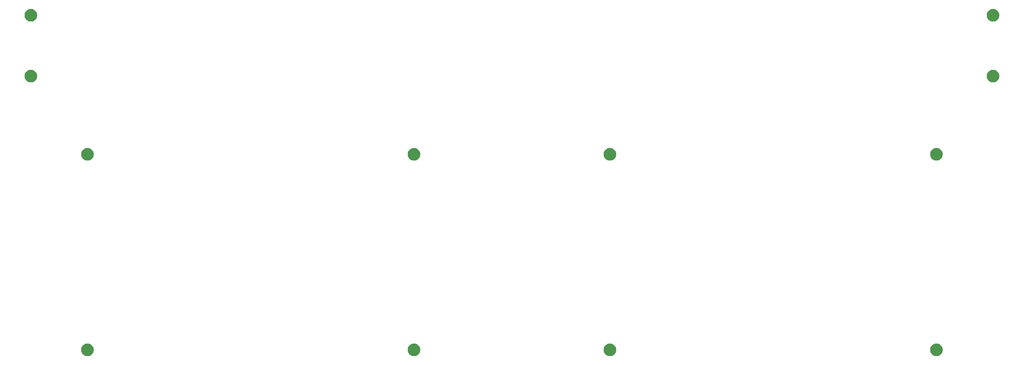
<source format=gts>
G04 #@! TF.GenerationSoftware,KiCad,Pcbnew,(5.1.5)-2*
G04 #@! TF.CreationDate,2020-10-19T23:10:20+09:00*
G04 #@! TF.ProjectId,astra515_bottom,61737472-6135-4313-955f-626f74746f6d,rev?*
G04 #@! TF.SameCoordinates,Original*
G04 #@! TF.FileFunction,Soldermask,Top*
G04 #@! TF.FilePolarity,Negative*
%FSLAX46Y46*%
G04 Gerber Fmt 4.6, Leading zero omitted, Abs format (unit mm)*
G04 Created by KiCad (PCBNEW (5.1.5)-2) date 2020-10-19 23:10:20*
%MOMM*%
%LPD*%
G04 APERTURE LIST*
%ADD10C,0.100000*%
G04 APERTURE END LIST*
D10*
G36*
X319131112Y-150584566D02*
G01*
X319309917Y-150620133D01*
X319449448Y-150677929D01*
X319646776Y-150759664D01*
X319949943Y-150962234D01*
X320207766Y-151220057D01*
X320410336Y-151523224D01*
X320549867Y-151860084D01*
X320621000Y-152217691D01*
X320621000Y-152582309D01*
X320549867Y-152939916D01*
X320410336Y-153276776D01*
X320207766Y-153579943D01*
X319949943Y-153837766D01*
X319646776Y-154040336D01*
X319449448Y-154122071D01*
X319309917Y-154179867D01*
X319131112Y-154215434D01*
X318952309Y-154251000D01*
X318587691Y-154251000D01*
X318408887Y-154215433D01*
X318230083Y-154179867D01*
X318090552Y-154122071D01*
X317893224Y-154040336D01*
X317590057Y-153837766D01*
X317332234Y-153579943D01*
X317129664Y-153276776D01*
X316990133Y-152939916D01*
X316919000Y-152582309D01*
X316919000Y-152217691D01*
X316990133Y-151860084D01*
X317129664Y-151523224D01*
X317332234Y-151220057D01*
X317590057Y-150962234D01*
X317893224Y-150759664D01*
X318090552Y-150677929D01*
X318230083Y-150620133D01*
X318408888Y-150584566D01*
X318587691Y-150549000D01*
X318952309Y-150549000D01*
X319131112Y-150584566D01*
G37*
G36*
X71481112Y-150584566D02*
G01*
X71659917Y-150620133D01*
X71799448Y-150677929D01*
X71996776Y-150759664D01*
X72299943Y-150962234D01*
X72557766Y-151220057D01*
X72760336Y-151523224D01*
X72899867Y-151860084D01*
X72971000Y-152217691D01*
X72971000Y-152582309D01*
X72899867Y-152939916D01*
X72760336Y-153276776D01*
X72557766Y-153579943D01*
X72299943Y-153837766D01*
X71996776Y-154040336D01*
X71799448Y-154122071D01*
X71659917Y-154179867D01*
X71481113Y-154215433D01*
X71302309Y-154251000D01*
X70937691Y-154251000D01*
X70758887Y-154215433D01*
X70580083Y-154179867D01*
X70440552Y-154122071D01*
X70243224Y-154040336D01*
X69940057Y-153837766D01*
X69682234Y-153579943D01*
X69479664Y-153276776D01*
X69340133Y-152939916D01*
X69269000Y-152582309D01*
X69269000Y-152217691D01*
X69340133Y-151860084D01*
X69479664Y-151523224D01*
X69682234Y-151220057D01*
X69940057Y-150962234D01*
X70243224Y-150759664D01*
X70440552Y-150677929D01*
X70580083Y-150620133D01*
X70758888Y-150584566D01*
X70937691Y-150549000D01*
X71302309Y-150549000D01*
X71481112Y-150584566D01*
G37*
G36*
X166731112Y-150584566D02*
G01*
X166909917Y-150620133D01*
X167049448Y-150677929D01*
X167246776Y-150759664D01*
X167549943Y-150962234D01*
X167807766Y-151220057D01*
X168010336Y-151523224D01*
X168149867Y-151860084D01*
X168221000Y-152217691D01*
X168221000Y-152582309D01*
X168149867Y-152939916D01*
X168010336Y-153276776D01*
X167807766Y-153579943D01*
X167549943Y-153837766D01*
X167246776Y-154040336D01*
X167049448Y-154122071D01*
X166909917Y-154179867D01*
X166731113Y-154215433D01*
X166552309Y-154251000D01*
X166187691Y-154251000D01*
X166008887Y-154215433D01*
X165830083Y-154179867D01*
X165690552Y-154122071D01*
X165493224Y-154040336D01*
X165190057Y-153837766D01*
X164932234Y-153579943D01*
X164729664Y-153276776D01*
X164590133Y-152939916D01*
X164519000Y-152582309D01*
X164519000Y-152217691D01*
X164590133Y-151860084D01*
X164729664Y-151523224D01*
X164932234Y-151220057D01*
X165190057Y-150962234D01*
X165493224Y-150759664D01*
X165690552Y-150677929D01*
X165830083Y-150620133D01*
X166008888Y-150584566D01*
X166187691Y-150549000D01*
X166552309Y-150549000D01*
X166731112Y-150584566D01*
G37*
G36*
X223881112Y-150584566D02*
G01*
X224059917Y-150620133D01*
X224199448Y-150677929D01*
X224396776Y-150759664D01*
X224699943Y-150962234D01*
X224957766Y-151220057D01*
X225160336Y-151523224D01*
X225299867Y-151860084D01*
X225371000Y-152217691D01*
X225371000Y-152582309D01*
X225299867Y-152939916D01*
X225160336Y-153276776D01*
X224957766Y-153579943D01*
X224699943Y-153837766D01*
X224396776Y-154040336D01*
X224199448Y-154122071D01*
X224059917Y-154179867D01*
X223881113Y-154215433D01*
X223702309Y-154251000D01*
X223337691Y-154251000D01*
X223158887Y-154215433D01*
X222980083Y-154179867D01*
X222840552Y-154122071D01*
X222643224Y-154040336D01*
X222340057Y-153837766D01*
X222082234Y-153579943D01*
X221879664Y-153276776D01*
X221740133Y-152939916D01*
X221669000Y-152582309D01*
X221669000Y-152217691D01*
X221740133Y-151860084D01*
X221879664Y-151523224D01*
X222082234Y-151220057D01*
X222340057Y-150962234D01*
X222643224Y-150759664D01*
X222840552Y-150677929D01*
X222980083Y-150620133D01*
X223158888Y-150584566D01*
X223337691Y-150549000D01*
X223702309Y-150549000D01*
X223881112Y-150584566D01*
G37*
G36*
X223881113Y-93434567D02*
G01*
X224059917Y-93470133D01*
X224199448Y-93527929D01*
X224396776Y-93609664D01*
X224699943Y-93812234D01*
X224957766Y-94070057D01*
X225160336Y-94373224D01*
X225299867Y-94710084D01*
X225371000Y-95067691D01*
X225371000Y-95432309D01*
X225299867Y-95789916D01*
X225160336Y-96126776D01*
X224957766Y-96429943D01*
X224699943Y-96687766D01*
X224396776Y-96890336D01*
X224199448Y-96972071D01*
X224059917Y-97029867D01*
X223881113Y-97065433D01*
X223702309Y-97101000D01*
X223337691Y-97101000D01*
X223158887Y-97065433D01*
X222980083Y-97029867D01*
X222840552Y-96972071D01*
X222643224Y-96890336D01*
X222340057Y-96687766D01*
X222082234Y-96429943D01*
X221879664Y-96126776D01*
X221740133Y-95789916D01*
X221669000Y-95432309D01*
X221669000Y-95067691D01*
X221740133Y-94710084D01*
X221879664Y-94373224D01*
X222082234Y-94070057D01*
X222340057Y-93812234D01*
X222643224Y-93609664D01*
X222840552Y-93527929D01*
X222980083Y-93470133D01*
X223158888Y-93434566D01*
X223337691Y-93399000D01*
X223702309Y-93399000D01*
X223881113Y-93434567D01*
G37*
G36*
X166731113Y-93434567D02*
G01*
X166909917Y-93470133D01*
X167049448Y-93527929D01*
X167246776Y-93609664D01*
X167549943Y-93812234D01*
X167807766Y-94070057D01*
X168010336Y-94373224D01*
X168149867Y-94710084D01*
X168221000Y-95067691D01*
X168221000Y-95432309D01*
X168149867Y-95789916D01*
X168010336Y-96126776D01*
X167807766Y-96429943D01*
X167549943Y-96687766D01*
X167246776Y-96890336D01*
X167049448Y-96972071D01*
X166909917Y-97029867D01*
X166731113Y-97065433D01*
X166552309Y-97101000D01*
X166187691Y-97101000D01*
X166008887Y-97065433D01*
X165830083Y-97029867D01*
X165690552Y-96972071D01*
X165493224Y-96890336D01*
X165190057Y-96687766D01*
X164932234Y-96429943D01*
X164729664Y-96126776D01*
X164590133Y-95789916D01*
X164519000Y-95432309D01*
X164519000Y-95067691D01*
X164590133Y-94710084D01*
X164729664Y-94373224D01*
X164932234Y-94070057D01*
X165190057Y-93812234D01*
X165493224Y-93609664D01*
X165690552Y-93527929D01*
X165830083Y-93470133D01*
X166008888Y-93434566D01*
X166187691Y-93399000D01*
X166552309Y-93399000D01*
X166731113Y-93434567D01*
G37*
G36*
X71481113Y-93434567D02*
G01*
X71659917Y-93470133D01*
X71799448Y-93527929D01*
X71996776Y-93609664D01*
X72299943Y-93812234D01*
X72557766Y-94070057D01*
X72760336Y-94373224D01*
X72899867Y-94710084D01*
X72971000Y-95067691D01*
X72971000Y-95432309D01*
X72899867Y-95789916D01*
X72760336Y-96126776D01*
X72557766Y-96429943D01*
X72299943Y-96687766D01*
X71996776Y-96890336D01*
X71799448Y-96972071D01*
X71659917Y-97029867D01*
X71481113Y-97065433D01*
X71302309Y-97101000D01*
X70937691Y-97101000D01*
X70758887Y-97065433D01*
X70580083Y-97029867D01*
X70440552Y-96972071D01*
X70243224Y-96890336D01*
X69940057Y-96687766D01*
X69682234Y-96429943D01*
X69479664Y-96126776D01*
X69340133Y-95789916D01*
X69269000Y-95432309D01*
X69269000Y-95067691D01*
X69340133Y-94710084D01*
X69479664Y-94373224D01*
X69682234Y-94070057D01*
X69940057Y-93812234D01*
X70243224Y-93609664D01*
X70440552Y-93527929D01*
X70580083Y-93470133D01*
X70758888Y-93434566D01*
X70937691Y-93399000D01*
X71302309Y-93399000D01*
X71481113Y-93434567D01*
G37*
G36*
X319131113Y-93434567D02*
G01*
X319309917Y-93470133D01*
X319449448Y-93527929D01*
X319646776Y-93609664D01*
X319949943Y-93812234D01*
X320207766Y-94070057D01*
X320410336Y-94373224D01*
X320549867Y-94710084D01*
X320621000Y-95067691D01*
X320621000Y-95432309D01*
X320549867Y-95789916D01*
X320410336Y-96126776D01*
X320207766Y-96429943D01*
X319949943Y-96687766D01*
X319646776Y-96890336D01*
X319449448Y-96972071D01*
X319309917Y-97029867D01*
X319131113Y-97065433D01*
X318952309Y-97101000D01*
X318587691Y-97101000D01*
X318408887Y-97065433D01*
X318230083Y-97029867D01*
X318090552Y-96972071D01*
X317893224Y-96890336D01*
X317590057Y-96687766D01*
X317332234Y-96429943D01*
X317129664Y-96126776D01*
X316990133Y-95789916D01*
X316919000Y-95432309D01*
X316919000Y-95067691D01*
X316990133Y-94710084D01*
X317129664Y-94373224D01*
X317332234Y-94070057D01*
X317590057Y-93812234D01*
X317893224Y-93609664D01*
X318090552Y-93527929D01*
X318230083Y-93470133D01*
X318408888Y-93434566D01*
X318587691Y-93399000D01*
X318952309Y-93399000D01*
X319131113Y-93434567D01*
G37*
G36*
X335641113Y-70574567D02*
G01*
X335819917Y-70610133D01*
X335959448Y-70667929D01*
X336156776Y-70749664D01*
X336459943Y-70952234D01*
X336717766Y-71210057D01*
X336920336Y-71513224D01*
X337059867Y-71850084D01*
X337131000Y-72207691D01*
X337131000Y-72572309D01*
X337059867Y-72929916D01*
X336920336Y-73266776D01*
X336717766Y-73569943D01*
X336459943Y-73827766D01*
X336156776Y-74030336D01*
X335959448Y-74112071D01*
X335819917Y-74169867D01*
X335641113Y-74205433D01*
X335462309Y-74241000D01*
X335097691Y-74241000D01*
X334918887Y-74205433D01*
X334740083Y-74169867D01*
X334600552Y-74112071D01*
X334403224Y-74030336D01*
X334100057Y-73827766D01*
X333842234Y-73569943D01*
X333639664Y-73266776D01*
X333500133Y-72929916D01*
X333429000Y-72572309D01*
X333429000Y-72207691D01*
X333500133Y-71850084D01*
X333639664Y-71513224D01*
X333842234Y-71210057D01*
X334100057Y-70952234D01*
X334403224Y-70749664D01*
X334600552Y-70667929D01*
X334740083Y-70610133D01*
X334918887Y-70574567D01*
X335097691Y-70539000D01*
X335462309Y-70539000D01*
X335641113Y-70574567D01*
G37*
G36*
X54971113Y-70574567D02*
G01*
X55149917Y-70610133D01*
X55289448Y-70667929D01*
X55486776Y-70749664D01*
X55789943Y-70952234D01*
X56047766Y-71210057D01*
X56250336Y-71513224D01*
X56389867Y-71850084D01*
X56461000Y-72207691D01*
X56461000Y-72572309D01*
X56389867Y-72929916D01*
X56250336Y-73266776D01*
X56047766Y-73569943D01*
X55789943Y-73827766D01*
X55486776Y-74030336D01*
X55289448Y-74112071D01*
X55149917Y-74169867D01*
X54971113Y-74205433D01*
X54792309Y-74241000D01*
X54427691Y-74241000D01*
X54248887Y-74205433D01*
X54070083Y-74169867D01*
X53930552Y-74112071D01*
X53733224Y-74030336D01*
X53430057Y-73827766D01*
X53172234Y-73569943D01*
X52969664Y-73266776D01*
X52830133Y-72929916D01*
X52759000Y-72572309D01*
X52759000Y-72207691D01*
X52830133Y-71850084D01*
X52969664Y-71513224D01*
X53172234Y-71210057D01*
X53430057Y-70952234D01*
X53733224Y-70749664D01*
X53930552Y-70667929D01*
X54070083Y-70610133D01*
X54248887Y-70574567D01*
X54427691Y-70539000D01*
X54792309Y-70539000D01*
X54971113Y-70574567D01*
G37*
G36*
X54971112Y-52794566D02*
G01*
X55149917Y-52830133D01*
X55289448Y-52887929D01*
X55486776Y-52969664D01*
X55789943Y-53172234D01*
X56047766Y-53430057D01*
X56250336Y-53733224D01*
X56389867Y-54070084D01*
X56461000Y-54427691D01*
X56461000Y-54792309D01*
X56389867Y-55149916D01*
X56250336Y-55486776D01*
X56047766Y-55789943D01*
X55789943Y-56047766D01*
X55486776Y-56250336D01*
X55289448Y-56332071D01*
X55149917Y-56389867D01*
X54971113Y-56425433D01*
X54792309Y-56461000D01*
X54427691Y-56461000D01*
X54248887Y-56425433D01*
X54070083Y-56389867D01*
X53930552Y-56332071D01*
X53733224Y-56250336D01*
X53430057Y-56047766D01*
X53172234Y-55789943D01*
X52969664Y-55486776D01*
X52830133Y-55149916D01*
X52759000Y-54792309D01*
X52759000Y-54427691D01*
X52830133Y-54070084D01*
X52969664Y-53733224D01*
X53172234Y-53430057D01*
X53430057Y-53172234D01*
X53733224Y-52969664D01*
X53930552Y-52887929D01*
X54070083Y-52830133D01*
X54248888Y-52794566D01*
X54427691Y-52759000D01*
X54792309Y-52759000D01*
X54971112Y-52794566D01*
G37*
G36*
X335641112Y-52794566D02*
G01*
X335819917Y-52830133D01*
X335959448Y-52887929D01*
X336156776Y-52969664D01*
X336459943Y-53172234D01*
X336717766Y-53430057D01*
X336920336Y-53733224D01*
X337059867Y-54070084D01*
X337131000Y-54427691D01*
X337131000Y-54792309D01*
X337059867Y-55149916D01*
X336920336Y-55486776D01*
X336717766Y-55789943D01*
X336459943Y-56047766D01*
X336156776Y-56250336D01*
X335959448Y-56332071D01*
X335819917Y-56389867D01*
X335641113Y-56425433D01*
X335462309Y-56461000D01*
X335097691Y-56461000D01*
X334918887Y-56425433D01*
X334740083Y-56389867D01*
X334600552Y-56332071D01*
X334403224Y-56250336D01*
X334100057Y-56047766D01*
X333842234Y-55789943D01*
X333639664Y-55486776D01*
X333500133Y-55149916D01*
X333429000Y-54792309D01*
X333429000Y-54427691D01*
X333500133Y-54070084D01*
X333639664Y-53733224D01*
X333842234Y-53430057D01*
X334100057Y-53172234D01*
X334403224Y-52969664D01*
X334600552Y-52887929D01*
X334740083Y-52830133D01*
X334918887Y-52794567D01*
X335097691Y-52759000D01*
X335462309Y-52759000D01*
X335641112Y-52794566D01*
G37*
M02*

</source>
